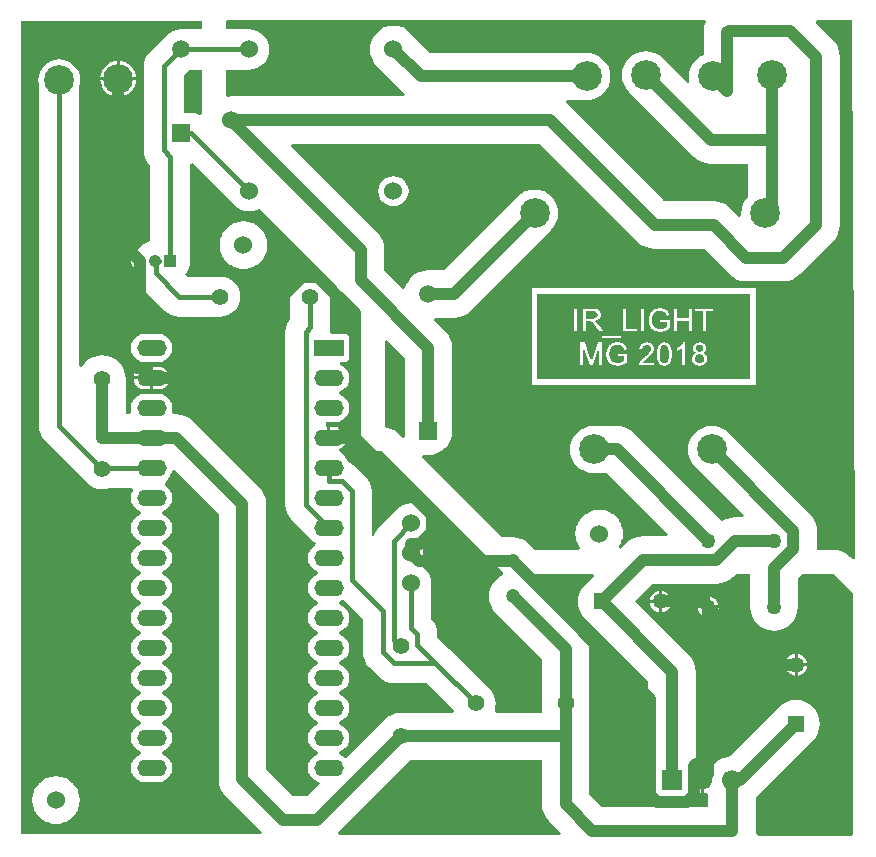
<source format=gtl>
G04 Layer_Physical_Order=1*
G04 Layer_Color=255*
%FSLAX44Y44*%
%MOMM*%
G71*
G01*
G75*
%ADD10C,1.0000*%
%ADD11C,0.4000*%
%ADD12C,1.5240*%
%ADD13C,1.4000*%
%ADD14C,2.5240*%
%ADD15C,1.2000*%
%ADD16C,1.7000*%
%ADD17R,1.7000X1.7000*%
%ADD18C,1.2700*%
%ADD19C,1.5000*%
%ADD20R,1.5000X1.5000*%
%ADD21C,1.3500*%
%ADD22R,1.3500X1.3500*%
%ADD23R,1.3500X1.3500*%
%ADD24R,1.0500X1.0500*%
%ADD25C,1.0500*%
%ADD26R,2.5000X1.4000*%
%ADD27O,2.5000X1.4000*%
G36*
X241178Y1269746D02*
Y581914D01*
X444154Y581329D01*
X444921Y583175D01*
X414420Y613677D01*
X414419Y613677D01*
X411920Y616723D01*
X410063Y620197D01*
X408919Y623967D01*
X408533Y627888D01*
Y852736D01*
X371208Y890061D01*
X369096Y889344D01*
X368973Y888407D01*
X367764Y885488D01*
X367677Y885374D01*
X367564Y885003D01*
X365985Y882050D01*
X363861Y879461D01*
X362889Y878663D01*
X363148Y876917D01*
X363448Y876535D01*
X365840Y874698D01*
X367764Y872192D01*
X368973Y869273D01*
X369385Y866140D01*
X368973Y863007D01*
X367764Y860088D01*
X365840Y857581D01*
X363334Y855658D01*
X360415Y854449D01*
X360413Y854449D01*
Y852431D01*
X360415Y852431D01*
X363334Y851222D01*
X365840Y849298D01*
X367764Y846792D01*
X368973Y843873D01*
X369385Y840740D01*
X368973Y837607D01*
X367764Y834688D01*
X365840Y832181D01*
X363334Y830258D01*
X360415Y829049D01*
X360413Y829049D01*
Y827031D01*
X360415Y827031D01*
X363334Y825822D01*
X365840Y823898D01*
X367764Y821392D01*
X368973Y818473D01*
X369385Y815340D01*
X368973Y812207D01*
X367764Y809288D01*
X365840Y806781D01*
X363334Y804858D01*
X360415Y803649D01*
X360413Y803649D01*
Y801631D01*
X360415Y801631D01*
X363334Y800422D01*
X365840Y798499D01*
X367764Y795992D01*
X368973Y793073D01*
X369385Y789940D01*
X368973Y786807D01*
X367764Y783888D01*
X365840Y781382D01*
X363334Y779458D01*
X360415Y778249D01*
X360413Y778249D01*
Y776231D01*
X360415Y776231D01*
X363334Y775022D01*
X365840Y773099D01*
X367764Y770592D01*
X368973Y767673D01*
X369385Y764540D01*
X368973Y761407D01*
X367764Y758488D01*
X365840Y755982D01*
X363334Y754058D01*
X360415Y752849D01*
X360413Y752849D01*
Y750831D01*
X360415Y750831D01*
X363334Y749622D01*
X365840Y747699D01*
X367764Y745192D01*
X368973Y742273D01*
X369385Y739140D01*
X368973Y736007D01*
X367764Y733088D01*
X365840Y730582D01*
X363334Y728658D01*
X360415Y727449D01*
X360413Y727449D01*
Y725431D01*
X360415Y725431D01*
X363334Y724222D01*
X365840Y722299D01*
X367764Y719792D01*
X368973Y716873D01*
X369385Y713740D01*
X368973Y710607D01*
X367764Y707688D01*
X365840Y705182D01*
X363334Y703258D01*
X360415Y702049D01*
X360413Y702049D01*
Y700031D01*
X360415Y700031D01*
X363334Y698822D01*
X365840Y696898D01*
X367764Y694392D01*
X368973Y691473D01*
X369385Y688340D01*
X368973Y685207D01*
X367764Y682288D01*
X365840Y679781D01*
X363334Y677858D01*
X360415Y676649D01*
X360413Y676649D01*
Y674631D01*
X360415Y674631D01*
X363334Y673422D01*
X365840Y671498D01*
X367764Y668992D01*
X368973Y666073D01*
X369385Y662940D01*
X368973Y659807D01*
X367764Y656888D01*
X365840Y654381D01*
X363334Y652458D01*
X360415Y651249D01*
X360413Y651249D01*
Y649231D01*
X360415Y649231D01*
X363334Y648022D01*
X365840Y646098D01*
X367764Y643592D01*
X368973Y640673D01*
X369385Y637540D01*
X368973Y634407D01*
X367764Y631488D01*
X365840Y628982D01*
X363334Y627058D01*
X360415Y625849D01*
X357282Y625437D01*
X346282D01*
X343149Y625849D01*
X340230Y627058D01*
X337723Y628982D01*
X335800Y631488D01*
X334591Y634407D01*
X334178Y637540D01*
X334591Y640673D01*
X335800Y643592D01*
X337723Y646098D01*
X340230Y648022D01*
X343149Y649231D01*
X343151Y649231D01*
Y651249D01*
X343149Y651249D01*
X340230Y652458D01*
X337723Y654381D01*
X335800Y656888D01*
X334591Y659807D01*
X334178Y662940D01*
X334591Y666073D01*
X335800Y668992D01*
X337723Y671498D01*
X340230Y673422D01*
X343149Y674631D01*
X343151Y674631D01*
Y676649D01*
X343149Y676649D01*
X340230Y677858D01*
X337723Y679781D01*
X335800Y682288D01*
X334591Y685207D01*
X334178Y688340D01*
X334591Y691473D01*
X335800Y694392D01*
X337723Y696898D01*
X340230Y698822D01*
X343149Y700031D01*
X343151Y700031D01*
Y702049D01*
X343149Y702049D01*
X340230Y703258D01*
X337723Y705182D01*
X335800Y707688D01*
X334591Y710607D01*
X334178Y713740D01*
X334591Y716873D01*
X335800Y719792D01*
X337723Y722299D01*
X340230Y724222D01*
X343149Y725431D01*
X343151Y725431D01*
Y727449D01*
X343149Y727449D01*
X340230Y728658D01*
X337723Y730582D01*
X335800Y733088D01*
X334591Y736007D01*
X334178Y739140D01*
X334591Y742273D01*
X335800Y745192D01*
X337723Y747699D01*
X340230Y749622D01*
X343149Y750831D01*
X343151Y750831D01*
Y752849D01*
X343149Y752849D01*
X340230Y754058D01*
X337723Y755982D01*
X335800Y758488D01*
X334591Y761407D01*
X334178Y764540D01*
X334591Y767673D01*
X335800Y770592D01*
X337723Y773099D01*
X340230Y775022D01*
X343149Y776231D01*
X343151Y776231D01*
Y778249D01*
X343149Y778249D01*
X340230Y779458D01*
X337723Y781382D01*
X335800Y783888D01*
X334591Y786807D01*
X334178Y789940D01*
X334591Y793073D01*
X335800Y795992D01*
X337723Y798499D01*
X340230Y800422D01*
X343149Y801631D01*
X343151Y801631D01*
Y803649D01*
X343149Y803649D01*
X340230Y804858D01*
X337723Y806781D01*
X335800Y809288D01*
X334591Y812207D01*
X334178Y815340D01*
X334591Y818473D01*
X335800Y821392D01*
X337723Y823898D01*
X340230Y825822D01*
X343149Y827031D01*
X343151Y827031D01*
Y829049D01*
X343149Y829049D01*
X340230Y830258D01*
X337723Y832181D01*
X335800Y834688D01*
X334591Y837607D01*
X334178Y840740D01*
X334591Y843873D01*
X335800Y846792D01*
X337723Y849298D01*
X340230Y851222D01*
X343149Y852431D01*
X343151Y852431D01*
Y854449D01*
X343149Y854449D01*
X340230Y855658D01*
X337723Y857581D01*
X335800Y860088D01*
X334591Y863007D01*
X334178Y866140D01*
X334591Y869273D01*
X335800Y872192D01*
X336162Y872664D01*
X335278Y874458D01*
X315612D01*
X313344Y873770D01*
X310012Y873442D01*
X306679Y873770D01*
X303475Y874742D01*
X300522Y876321D01*
X297933Y878445D01*
X261611Y914767D01*
X259487Y917356D01*
X257908Y920309D01*
X256936Y923513D01*
X256608Y926846D01*
Y1215326D01*
X256325Y1216258D01*
X255985Y1219712D01*
X256325Y1223166D01*
X257332Y1226488D01*
X258969Y1229549D01*
X261170Y1232232D01*
X263853Y1234433D01*
X266914Y1236070D01*
X270236Y1237077D01*
X273690Y1237417D01*
X277144Y1237077D01*
X280465Y1236070D01*
X283526Y1234433D01*
X286209Y1232232D01*
X288411Y1229549D01*
X290047Y1226488D01*
X291055Y1223166D01*
X291395Y1219712D01*
X291055Y1216258D01*
X290772Y1215326D01*
Y977620D01*
X292772Y977119D01*
X293048Y977635D01*
X295547Y980681D01*
X295801Y980935D01*
X298847Y983434D01*
X302321Y985291D01*
X306091Y986435D01*
X310012Y986821D01*
X313933Y986435D01*
X317703Y985291D01*
X321177Y983434D01*
X324222Y980935D01*
X326722Y977889D01*
X328579Y974415D01*
X329723Y970645D01*
X330109Y966724D01*
X329855Y964145D01*
Y937037D01*
X333690D01*
X334801Y938700D01*
X334591Y939207D01*
X334178Y942340D01*
X334591Y945473D01*
X335800Y948392D01*
X337723Y950899D01*
X340230Y952822D01*
X343149Y954031D01*
X346282Y954444D01*
X357282D01*
X360415Y954031D01*
X363334Y952822D01*
X365840Y950899D01*
X367764Y948392D01*
X368973Y945473D01*
X369385Y942340D01*
X368973Y939207D01*
X368763Y938700D01*
X369874Y937037D01*
X372750D01*
X372750Y937037D01*
X376671Y936651D01*
X380441Y935507D01*
X383915Y933650D01*
X386960Y931151D01*
X442840Y875271D01*
X445340Y872225D01*
X447197Y868751D01*
X448340Y864981D01*
X448727Y861060D01*
Y636212D01*
X471244Y613695D01*
X483806D01*
X494034Y623923D01*
X493391Y625817D01*
X493149Y625849D01*
X490230Y627058D01*
X487723Y628982D01*
X485800Y631488D01*
X484591Y634407D01*
X484178Y637540D01*
X484591Y640673D01*
X485800Y643592D01*
X487723Y646098D01*
X490230Y648022D01*
X493149Y649231D01*
X493151Y649231D01*
Y651249D01*
X493149Y651249D01*
X490230Y652458D01*
X487723Y654381D01*
X485800Y656888D01*
X484591Y659807D01*
X484178Y662940D01*
X484591Y666073D01*
X485800Y668992D01*
X487723Y671498D01*
X490230Y673422D01*
X493149Y674631D01*
X493151Y674631D01*
Y676649D01*
X493149Y676649D01*
X490230Y677858D01*
X487723Y679781D01*
X485800Y682288D01*
X484591Y685207D01*
X484178Y688340D01*
X484591Y691473D01*
X485800Y694392D01*
X487723Y696898D01*
X490230Y698822D01*
X493149Y700031D01*
X493151Y700031D01*
Y702049D01*
X493149Y702049D01*
X490230Y703258D01*
X487723Y705182D01*
X485800Y707688D01*
X484591Y710607D01*
X484178Y713740D01*
X484591Y716873D01*
X485800Y719792D01*
X487723Y722299D01*
X490230Y724222D01*
X493149Y725431D01*
X493151Y725431D01*
Y727449D01*
X493149Y727449D01*
X490230Y728658D01*
X487723Y730582D01*
X485800Y733088D01*
X484591Y736007D01*
X484178Y739140D01*
X484591Y742273D01*
X485800Y745192D01*
X487723Y747699D01*
X490230Y749622D01*
X493149Y750831D01*
X493151Y750831D01*
Y752849D01*
X493149Y752849D01*
X490230Y754058D01*
X487723Y755982D01*
X485800Y758488D01*
X484591Y761407D01*
X484178Y764540D01*
X484591Y767673D01*
X485800Y770592D01*
X487723Y773099D01*
X490230Y775022D01*
X493149Y776231D01*
X493151Y776231D01*
Y778249D01*
X493149Y778249D01*
X490230Y779458D01*
X487723Y781382D01*
X485800Y783888D01*
X484591Y786807D01*
X484178Y789940D01*
X484591Y793073D01*
X485800Y795992D01*
X487723Y798499D01*
X490230Y800422D01*
X493149Y801631D01*
X493151Y801631D01*
Y803649D01*
X493149Y803649D01*
X490230Y804858D01*
X487723Y806781D01*
X485800Y809288D01*
X484591Y812207D01*
X484178Y815340D01*
X484591Y818473D01*
X485800Y821392D01*
X487723Y823898D01*
X490116Y825735D01*
X490416Y826117D01*
X490675Y827863D01*
X489703Y828661D01*
X489240Y829225D01*
X470203Y848262D01*
X468079Y850851D01*
X466500Y853804D01*
X465528Y857009D01*
X465200Y860341D01*
Y1006792D01*
X465528Y1010124D01*
X466500Y1013329D01*
X468079Y1016282D01*
X468952Y1017346D01*
Y1036574D01*
X469280Y1039907D01*
X470252Y1043111D01*
X471831Y1046064D01*
X473955Y1048653D01*
X476544Y1050777D01*
X479497Y1052356D01*
X482701Y1053328D01*
X486034Y1053656D01*
X489366Y1053328D01*
X492571Y1052356D01*
X495524Y1050777D01*
X498113Y1048653D01*
X500237Y1046064D01*
X501816Y1043111D01*
X502788Y1039907D01*
X503116Y1036574D01*
Y1010544D01*
X502791Y1007238D01*
X502758Y1006778D01*
X504071Y1005238D01*
X514282D01*
X516233Y1004850D01*
X517887Y1003745D01*
X518992Y1002091D01*
X519380Y1000140D01*
Y986140D01*
X518992Y984189D01*
X517887Y982535D01*
X516233Y981430D01*
X514282Y981042D01*
X511752D01*
X511354Y979042D01*
X513334Y978222D01*
X515840Y976299D01*
X517764Y973792D01*
X518973Y970873D01*
X519385Y967740D01*
X518973Y964607D01*
X517764Y961688D01*
X515840Y959182D01*
X513334Y957258D01*
X510415Y956049D01*
X510413Y956049D01*
Y954031D01*
X510415Y954031D01*
X513334Y952822D01*
X515840Y950899D01*
X517764Y948392D01*
X518973Y945473D01*
X519385Y942340D01*
X518973Y939207D01*
X517764Y936288D01*
X515840Y933782D01*
X513334Y931858D01*
X510415Y930649D01*
X507282Y930237D01*
X499364D01*
Y926562D01*
X500512D01*
Y916940D01*
X501782D01*
Y915670D01*
X516737D01*
X516576Y914450D01*
X515615Y912129D01*
X514086Y910136D01*
X512093Y908607D01*
X511003Y908155D01*
X510894Y905945D01*
X511272Y905743D01*
X513861Y903619D01*
X515985Y901030D01*
X517564Y898077D01*
X517677Y897706D01*
X517764Y897592D01*
X518288Y896325D01*
X519618Y895922D01*
X522571Y894343D01*
X525160Y892219D01*
X533361Y884018D01*
X535485Y881429D01*
X537064Y878476D01*
X538036Y875272D01*
X538364Y871939D01*
Y833909D01*
X540364Y833613D01*
X541230Y836467D01*
X542809Y839420D01*
X544933Y842009D01*
X559553Y856629D01*
X562141Y858753D01*
X565095Y860332D01*
X568299Y861304D01*
X571632Y861632D01*
X574964Y861304D01*
X578169Y860332D01*
X581122Y858753D01*
X583711Y856629D01*
X585835Y854040D01*
X587414Y851087D01*
X588386Y847883D01*
X588714Y844550D01*
X588386Y841217D01*
X587414Y838013D01*
X585835Y835060D01*
X583711Y832471D01*
X578802Y827562D01*
X578878Y826396D01*
X580507Y824274D01*
X581530Y821802D01*
X581880Y819150D01*
X581530Y816498D01*
X580507Y814026D01*
X578878Y811904D01*
X578414Y811548D01*
X578329Y810845D01*
X578702Y809247D01*
X581122Y807953D01*
X583711Y805829D01*
X585835Y803240D01*
X587414Y800287D01*
X588386Y797083D01*
X588714Y793750D01*
Y763505D01*
X588821Y763398D01*
X590945Y760809D01*
X592524Y757856D01*
X593496Y754652D01*
X593824Y751319D01*
Y748726D01*
X604061Y738489D01*
X638321Y704229D01*
X640445Y701640D01*
X642024Y698687D01*
X642996Y695483D01*
X643324Y692150D01*
X642996Y688817D01*
X642234Y686307D01*
X643342Y684307D01*
X682345D01*
Y692150D01*
Y729546D01*
X643273Y768617D01*
X640774Y771663D01*
X638917Y775137D01*
X637773Y778907D01*
X637387Y782828D01*
X637773Y786749D01*
X638917Y790519D01*
X640774Y793993D01*
X643273Y797039D01*
X646319Y799538D01*
X649304Y801133D01*
X649788Y802631D01*
X649784Y803482D01*
X547248Y906018D01*
X529468D01*
Y1021615D01*
X514736Y1036347D01*
X512237Y1039392D01*
X510379Y1042867D01*
X510006Y1044098D01*
X442852Y1111252D01*
X440883Y1110200D01*
X437678Y1109228D01*
X434346Y1108900D01*
X431013Y1109228D01*
X427809Y1110200D01*
X424855Y1111779D01*
X422267Y1113903D01*
X386600Y1149570D01*
X384752Y1148805D01*
Y1067054D01*
X384424Y1063721D01*
X383452Y1060517D01*
X381873Y1057564D01*
X380292Y1055637D01*
X382273Y1053656D01*
X409834D01*
X413167Y1053328D01*
X416371Y1052356D01*
X419324Y1050777D01*
X421913Y1048653D01*
X424037Y1046064D01*
X425616Y1043111D01*
X426588Y1039907D01*
X426916Y1036574D01*
X426588Y1033241D01*
X425616Y1030037D01*
X424037Y1027084D01*
X421913Y1024495D01*
X419324Y1022371D01*
X416371Y1020792D01*
X413167Y1019820D01*
X409834Y1019492D01*
X375197D01*
X371864Y1019820D01*
X368660Y1020792D01*
X365707Y1022371D01*
X363118Y1024495D01*
X343341Y1044272D01*
X341217Y1046861D01*
X339638Y1049814D01*
X338666Y1053018D01*
X338338Y1056351D01*
Y1060252D01*
X336714Y1061498D01*
X335465Y1063125D01*
X334680Y1065020D01*
X334413Y1067054D01*
X334680Y1069088D01*
X335465Y1070983D01*
X336714Y1072610D01*
X338341Y1073858D01*
X339612Y1074385D01*
X340767Y1076544D01*
X342891Y1079133D01*
X345480Y1081257D01*
X348433Y1082836D01*
X350588Y1083490D01*
Y1148178D01*
X350363Y1148403D01*
X348239Y1150992D01*
X346660Y1153945D01*
X345688Y1157149D01*
X345360Y1160482D01*
Y1231482D01*
X345688Y1234815D01*
X346660Y1238019D01*
X348239Y1240972D01*
X350363Y1243561D01*
X364863Y1258061D01*
X367452Y1260185D01*
X370405Y1261764D01*
X373609Y1262736D01*
X376942Y1263064D01*
X394848D01*
Y1270000D01*
X241283D01*
X241178Y1269746D01*
D02*
G37*
G36*
X379524Y1224406D02*
Y1192064D01*
X385346D01*
X388679Y1191736D01*
X391883Y1190764D01*
X392848Y1190248D01*
X394848Y1191447D01*
Y1228900D01*
X384018D01*
X379524Y1224406D01*
D02*
G37*
G36*
X914146Y1268660D02*
X928733Y1254073D01*
X931232Y1251028D01*
X933089Y1247553D01*
X934233Y1243783D01*
X934619Y1239863D01*
Y1097407D01*
X934233Y1093487D01*
X933089Y1089717D01*
X931232Y1086242D01*
X928733Y1083197D01*
X900895Y1055360D01*
X900895Y1055359D01*
X897850Y1052860D01*
X894375Y1051003D01*
X890605Y1049859D01*
X886685Y1049473D01*
X886684Y1049473D01*
X855519D01*
X851599Y1049859D01*
X847829Y1051003D01*
X844354Y1052860D01*
X841309Y1055359D01*
X819358Y1077310D01*
X777753D01*
X773832Y1077697D01*
X770062Y1078840D01*
X766588Y1080697D01*
X763542Y1083197D01*
X680854Y1165885D01*
X470477D01*
X469712Y1164037D01*
X543157Y1090592D01*
X545656Y1087546D01*
X547514Y1084072D01*
X548657Y1080302D01*
X549043Y1076381D01*
Y1058882D01*
X564486Y1043439D01*
X566746Y1044007D01*
X567543Y1046635D01*
X569400Y1050109D01*
X571899Y1053155D01*
X574945Y1055654D01*
X578419Y1057511D01*
X582189Y1058655D01*
X586110Y1059041D01*
X599532D01*
X661891Y1121401D01*
X664937Y1123900D01*
X668411Y1125757D01*
X672181Y1126901D01*
X676102Y1127287D01*
X680023Y1126901D01*
X683793Y1125757D01*
X687267Y1123900D01*
X690312Y1121401D01*
X692812Y1118355D01*
X694669Y1114881D01*
X695813Y1111111D01*
X696199Y1107190D01*
X695813Y1103269D01*
X694669Y1099499D01*
X692812Y1096025D01*
X690312Y1092979D01*
X622066Y1024733D01*
X619021Y1022234D01*
X615547Y1020377D01*
X611777Y1019233D01*
X607856Y1018847D01*
X591691D01*
X590926Y1017000D01*
X600321Y1007605D01*
X602820Y1004559D01*
X604677Y1001085D01*
X605821Y997315D01*
X606207Y993394D01*
Y922444D01*
X605821Y918523D01*
X604677Y914753D01*
X602820Y911279D01*
X600321Y908233D01*
X597275Y905734D01*
X593801Y903877D01*
X590031Y902733D01*
X586110Y902347D01*
X582189Y902733D01*
X581605Y902911D01*
X580545Y901142D01*
X648762Y832925D01*
X657484D01*
X657484Y832925D01*
X661405Y832539D01*
X665175Y831395D01*
X668649Y829538D01*
X671694Y827039D01*
X676504Y822229D01*
X713783D01*
X714638Y824037D01*
X714417Y824306D01*
X714180Y824749D01*
X713861Y825137D01*
X712469Y827743D01*
X712323Y828223D01*
X712086Y828666D01*
X711228Y831494D01*
X711179Y831993D01*
X711034Y832474D01*
X710744Y835414D01*
X710793Y835914D01*
X710744Y836414D01*
X711034Y839354D01*
X711179Y839835D01*
X711228Y840334D01*
X712086Y843162D01*
X712323Y843605D01*
X712469Y844085D01*
X713861Y846691D01*
X714180Y847079D01*
X714417Y847522D01*
X716291Y849806D01*
X716679Y850125D01*
X716998Y850513D01*
X719282Y852387D01*
X719725Y852624D01*
X720113Y852942D01*
X722719Y854335D01*
X723199Y854481D01*
X723642Y854718D01*
X726470Y855575D01*
X726969Y855625D01*
X727450Y855770D01*
X730390Y856060D01*
X730642Y856035D01*
X730890Y856085D01*
X731138Y856035D01*
X731390Y856060D01*
X734330Y855770D01*
X734811Y855625D01*
X735310Y855575D01*
X738138Y854718D01*
X738581Y854481D01*
X739061Y854335D01*
X741667Y852942D01*
X742055Y852624D01*
X742498Y852387D01*
X744782Y850513D01*
X745100Y850125D01*
X745489Y849806D01*
X747363Y847522D01*
X747600Y847079D01*
X747918Y846691D01*
X749311Y844085D01*
X749457Y843605D01*
X749694Y843162D01*
X750551Y840334D01*
X750601Y839835D01*
X750746Y839354D01*
X751036Y836414D01*
X750987Y835914D01*
X751036Y835414D01*
X750746Y832474D01*
X750601Y831993D01*
X750551Y831494D01*
X749694Y828666D01*
X749457Y828223D01*
X749311Y827743D01*
X747918Y825137D01*
X747600Y824749D01*
X747363Y824306D01*
X748859Y822976D01*
X753561Y827679D01*
X756607Y830178D01*
X760081Y832035D01*
X763851Y833179D01*
X767772Y833565D01*
X788311D01*
X789076Y835413D01*
X737396Y887093D01*
X726102D01*
X722181Y887479D01*
X718411Y888623D01*
X714937Y890480D01*
X711891Y892979D01*
X709392Y896025D01*
X707535Y899499D01*
X706391Y903269D01*
X706005Y907190D01*
X706391Y911111D01*
X707535Y914881D01*
X709392Y918355D01*
X711891Y921401D01*
X714937Y923900D01*
X718411Y925757D01*
X722181Y926901D01*
X726102Y927287D01*
X745720D01*
X749641Y926901D01*
X753411Y925757D01*
X756885Y923900D01*
X759930Y921401D01*
X759931Y921400D01*
X834914Y846417D01*
X835049Y846528D01*
X838524Y848385D01*
X842294Y849529D01*
X846214Y849915D01*
X852343D01*
X853108Y851762D01*
X811891Y892980D01*
X809392Y896025D01*
X807535Y899499D01*
X806391Y903269D01*
X806005Y907190D01*
X806391Y911111D01*
X807535Y914881D01*
X809392Y918355D01*
X811891Y921401D01*
X814937Y923900D01*
X818411Y925757D01*
X822181Y926901D01*
X826102Y927287D01*
X830023Y926901D01*
X833793Y925757D01*
X837267Y923900D01*
X840312Y921401D01*
X909532Y852181D01*
X912032Y849135D01*
X913889Y845661D01*
X915033Y841891D01*
X915419Y837970D01*
Y823046D01*
X916159Y822229D01*
X929264D01*
X933185Y821843D01*
X936955Y820699D01*
X940429Y818842D01*
X943475Y816343D01*
X945743Y814074D01*
X947589Y814844D01*
X945012Y1270508D01*
X914911D01*
X914146Y1268660D01*
D02*
G37*
G36*
X549565Y998905D02*
Y925887D01*
X551169Y925729D01*
X554939Y924585D01*
X558413Y922728D01*
X561459Y920229D01*
X564808Y916879D01*
X566577Y917939D01*
X566399Y918523D01*
X566013Y922444D01*
Y985070D01*
X551413Y999670D01*
X549565Y998905D01*
D02*
G37*
G36*
X414945Y1270000D02*
Y1263064D01*
X434346D01*
X437678Y1262736D01*
X440883Y1261764D01*
X443836Y1260185D01*
X446425Y1258061D01*
X448549Y1255472D01*
X450128Y1252519D01*
X451100Y1249315D01*
X451428Y1245982D01*
X451100Y1242649D01*
X450128Y1239445D01*
X448549Y1236492D01*
X446425Y1233903D01*
X443836Y1231779D01*
X440883Y1230200D01*
X437678Y1229228D01*
X434346Y1228900D01*
X414945D01*
Y1207531D01*
X416945Y1205842D01*
X419346Y1206079D01*
X565570D01*
X566286Y1208079D01*
X565407Y1208799D01*
X542435Y1231771D01*
X539936Y1234817D01*
X538079Y1238291D01*
X536935Y1242061D01*
X536549Y1245982D01*
X536935Y1249903D01*
X538079Y1253673D01*
X539936Y1257147D01*
X542435Y1260192D01*
X545481Y1262692D01*
X548955Y1264549D01*
X552725Y1265693D01*
X556646Y1266079D01*
X560567Y1265693D01*
X564337Y1264549D01*
X567811Y1262692D01*
X570857Y1260192D01*
X587942Y1243107D01*
X720260D01*
X724181Y1242721D01*
X727951Y1241577D01*
X731425Y1239720D01*
X734471Y1237221D01*
X736970Y1234175D01*
X738827Y1230701D01*
X739970Y1226931D01*
X740357Y1223010D01*
X739970Y1219089D01*
X738827Y1215319D01*
X736970Y1211845D01*
X734471Y1208799D01*
X731425Y1206300D01*
X727951Y1204443D01*
X724181Y1203299D01*
X720260Y1202913D01*
X703226D01*
X702510Y1200913D01*
X703389Y1200193D01*
X703389Y1200192D01*
X786077Y1117504D01*
X827682D01*
X827682Y1117504D01*
X831603Y1117118D01*
X835373Y1115974D01*
X838847Y1114117D01*
X841892Y1111618D01*
X841893Y1111618D01*
X849288Y1104222D01*
X851208Y1105131D01*
X851005Y1107190D01*
X851391Y1111111D01*
X852535Y1114881D01*
X854392Y1118355D01*
X856805Y1121295D01*
Y1149065D01*
X825378D01*
X821457Y1149451D01*
X817687Y1150595D01*
X814213Y1152452D01*
X811167Y1154951D01*
X756049Y1210069D01*
X753550Y1213115D01*
X751693Y1216589D01*
X750549Y1220359D01*
X750163Y1224280D01*
X750549Y1228201D01*
X751693Y1231971D01*
X753550Y1235445D01*
X756049Y1238491D01*
X759095Y1240990D01*
X762569Y1242847D01*
X766339Y1243991D01*
X770260Y1244377D01*
X774181Y1243991D01*
X777951Y1242847D01*
X781425Y1240990D01*
X784471Y1238491D01*
X805637Y1217324D01*
X807405Y1218384D01*
X807191Y1219089D01*
X806805Y1223010D01*
X807191Y1226931D01*
X808335Y1230701D01*
X810192Y1234175D01*
X812691Y1237221D01*
X815737Y1239720D01*
X819185Y1241563D01*
Y1260308D01*
X819185Y1260308D01*
X819571Y1264229D01*
X820715Y1267999D01*
X821139Y1268792D01*
X820111Y1270508D01*
X415405D01*
X414945Y1270000D01*
D02*
G37*
G36*
X509939Y582986D02*
X510701Y581137D01*
X697614Y580598D01*
X698382Y582444D01*
X688231Y592595D01*
X685732Y595641D01*
X683875Y599115D01*
X682731Y602885D01*
X682345Y606806D01*
X682345Y606806D01*
Y644113D01*
X571066D01*
X509939Y582986D01*
D02*
G37*
G36*
X667538Y800132D02*
X668649Y799538D01*
X671694Y797039D01*
X716653Y752081D01*
X719152Y749035D01*
X721009Y745561D01*
X722152Y741791D01*
X722539Y737870D01*
Y692150D01*
Y663956D01*
Y615130D01*
X733118Y604551D01*
X823315D01*
Y615827D01*
X821652Y616938D01*
X820894Y616624D01*
X819282Y616412D01*
Y627380D01*
Y638348D01*
X820894Y638136D01*
X823580Y637023D01*
X823991Y636708D01*
X825946Y637130D01*
X826702Y638545D01*
X829201Y641591D01*
X832247Y644090D01*
X835721Y645947D01*
X839491Y647091D01*
X841342Y647273D01*
X883303Y689235D01*
X886349Y691734D01*
X889823Y693591D01*
X893593Y694735D01*
X897514Y695121D01*
X901435Y694735D01*
X905205Y693591D01*
X908679Y691734D01*
X911724Y689235D01*
X914224Y686189D01*
X916081Y682715D01*
X917225Y678945D01*
X917611Y675024D01*
X917225Y671103D01*
X916081Y667333D01*
X914224Y663859D01*
X911724Y660813D01*
X864081Y613170D01*
X864081Y613169D01*
X863509Y612700D01*
Y584454D01*
X863279Y582120D01*
X864994Y580115D01*
X944358Y579886D01*
X945774Y581298D01*
Y784606D01*
X946282Y785114D01*
X929264Y802132D01*
X902829D01*
X899069Y798371D01*
Y773938D01*
X898682Y770017D01*
X897539Y766247D01*
X895682Y762773D01*
X893183Y759727D01*
X890137Y757228D01*
X886663Y755371D01*
X882893Y754227D01*
X878972Y753841D01*
X875051Y754227D01*
X871281Y755371D01*
X867807Y757228D01*
X864761Y759727D01*
X862262Y762773D01*
X860405Y766247D01*
X859261Y770017D01*
X858875Y773938D01*
Y802132D01*
X846949D01*
X844075Y799258D01*
X844075Y799257D01*
X841030Y796758D01*
X837555Y794901D01*
X833785Y793757D01*
X829864Y793371D01*
X829864Y793371D01*
X776096D01*
X761235Y778510D01*
X806823Y732923D01*
X809322Y729877D01*
X811179Y726403D01*
X812322Y722633D01*
X812709Y718712D01*
Y638933D01*
X814372Y637822D01*
X815130Y638136D01*
X816742Y638348D01*
Y627380D01*
Y616412D01*
X815130Y616624D01*
X812444Y617737D01*
X812033Y618052D01*
X810078Y617630D01*
X809322Y616215D01*
X806823Y613169D01*
X803777Y610670D01*
X800303Y608813D01*
X796533Y607669D01*
X792612Y607283D01*
X788691Y607669D01*
X784921Y608813D01*
X781447Y610670D01*
X778401Y613169D01*
X775902Y616215D01*
X774045Y619689D01*
X772901Y623459D01*
X772515Y627380D01*
Y710388D01*
X718603Y764299D01*
X716104Y767345D01*
X714247Y770819D01*
X713103Y774589D01*
X712717Y778510D01*
X713103Y782431D01*
X714247Y786201D01*
X716104Y789675D01*
X718603Y792720D01*
X718604Y792721D01*
X726167Y800284D01*
X725402Y802132D01*
X668038D01*
X667538Y800132D01*
D02*
G37*
G36*
X513334Y779458D02*
X510415Y778249D01*
X510413Y778249D01*
Y776231D01*
X510415Y776231D01*
X513334Y775022D01*
X515840Y773099D01*
X517764Y770592D01*
X518973Y767673D01*
X519385Y764540D01*
X518973Y761407D01*
X517764Y758488D01*
X515840Y755982D01*
X513334Y754058D01*
X510415Y752849D01*
X510413Y752849D01*
Y750831D01*
X510415Y750831D01*
X513334Y749622D01*
X515840Y747699D01*
X517764Y745192D01*
X518973Y742273D01*
X519385Y739140D01*
X518973Y736007D01*
X517764Y733088D01*
X515840Y730582D01*
X513334Y728658D01*
X510415Y727449D01*
X510413Y727449D01*
Y725431D01*
X510415Y725431D01*
X513334Y724222D01*
X515840Y722299D01*
X517764Y719792D01*
X518973Y716873D01*
X519385Y713740D01*
X518973Y710607D01*
X517764Y707688D01*
X515840Y705182D01*
X513334Y703258D01*
X510415Y702049D01*
X510413Y702049D01*
Y700031D01*
X510415Y700031D01*
X513334Y698822D01*
X515840Y696898D01*
X517764Y694392D01*
X518973Y691473D01*
X519385Y688340D01*
X518973Y685207D01*
X517764Y682288D01*
X515840Y679781D01*
X513334Y677858D01*
X510415Y676649D01*
X510413Y676649D01*
Y674631D01*
X510415Y674631D01*
X513334Y673422D01*
X515840Y671498D01*
X517764Y668992D01*
X518973Y666073D01*
X519385Y662940D01*
X518973Y659807D01*
X517764Y656888D01*
X515840Y654381D01*
X513334Y652458D01*
X510415Y651249D01*
X510413Y651249D01*
Y649231D01*
X510415Y649231D01*
X513334Y648022D01*
X515840Y646098D01*
X516187Y646076D01*
X548531Y678421D01*
X551577Y680920D01*
X555051Y682777D01*
X558821Y683921D01*
X562742Y684307D01*
X607314D01*
X608079Y686154D01*
X584906Y709328D01*
X556943D01*
X553610Y709656D01*
X550406Y710628D01*
X547453Y712207D01*
X544864Y714331D01*
X535933Y723262D01*
X533809Y725851D01*
X532230Y728804D01*
X531258Y732008D01*
X530930Y735341D01*
Y763304D01*
X514150Y780084D01*
X513334Y779458D01*
D02*
G37*
%LPC*%
G36*
X270896Y630532D02*
X271144Y630483D01*
X271396Y630508D01*
X274336Y630218D01*
X274817Y630073D01*
X275316Y630023D01*
X278144Y629166D01*
X278587Y628929D01*
X279067Y628783D01*
X281673Y627390D01*
X282061Y627072D01*
X282504Y626835D01*
X284788Y624961D01*
X285107Y624573D01*
X285495Y624254D01*
X287369Y621970D01*
X287606Y621527D01*
X287924Y621139D01*
X289317Y618533D01*
X289463Y618053D01*
X289700Y617610D01*
X290557Y614782D01*
X290606Y614283D01*
X290752Y613802D01*
X291042Y610862D01*
X290993Y610362D01*
X291042Y609862D01*
X290752Y606922D01*
X290606Y606441D01*
X290557Y605942D01*
X289700Y603114D01*
X289463Y602671D01*
X289317Y602191D01*
X287924Y599585D01*
X287606Y599197D01*
X287369Y598754D01*
X285495Y596470D01*
X285107Y596152D01*
X284788Y595763D01*
X282504Y593889D01*
X282061Y593652D01*
X281673Y593334D01*
X279067Y591941D01*
X278587Y591795D01*
X278144Y591558D01*
X275316Y590701D01*
X274817Y590651D01*
X274336Y590506D01*
X271396Y590216D01*
X271144Y590241D01*
X270896Y590191D01*
X270648Y590241D01*
X270396Y590216D01*
X267456Y590506D01*
X266975Y590651D01*
X266476Y590701D01*
X263648Y591558D01*
X263205Y591795D01*
X262725Y591941D01*
X260119Y593334D01*
X259731Y593652D01*
X259288Y593889D01*
X257004Y595763D01*
X256685Y596151D01*
X256297Y596470D01*
X254423Y598754D01*
X254186Y599197D01*
X253867Y599585D01*
X252475Y602191D01*
X252329Y602671D01*
X252092Y603114D01*
X251234Y605942D01*
X251185Y606441D01*
X251040Y606922D01*
X250750Y609862D01*
X250799Y610362D01*
X250750Y610862D01*
X251040Y613802D01*
X251185Y614283D01*
X251234Y614782D01*
X252092Y617610D01*
X252329Y618053D01*
X252475Y618533D01*
X253867Y621139D01*
X254186Y621527D01*
X254423Y621970D01*
X256297Y624254D01*
X256685Y624572D01*
X257004Y624961D01*
X259288Y626835D01*
X259731Y627072D01*
X260119Y627390D01*
X262725Y628783D01*
X263205Y628929D01*
X263648Y629166D01*
X266476Y630023D01*
X266975Y630073D01*
X267456Y630218D01*
X270396Y630508D01*
X270648Y630483D01*
X270896Y630532D01*
D02*
G37*
G36*
X429646Y1100433D02*
X429894Y1100383D01*
X430146Y1100408D01*
X433086Y1100118D01*
X433567Y1099973D01*
X434066Y1099923D01*
X436894Y1099066D01*
X437337Y1098829D01*
X437817Y1098683D01*
X440423Y1097290D01*
X440811Y1096972D01*
X441254Y1096735D01*
X443538Y1094861D01*
X443857Y1094473D01*
X444245Y1094154D01*
X446119Y1091870D01*
X446356Y1091427D01*
X446674Y1091039D01*
X448067Y1088433D01*
X448213Y1087953D01*
X448450Y1087510D01*
X449307Y1084682D01*
X449356Y1084183D01*
X449502Y1083702D01*
X449792Y1080762D01*
X449743Y1080262D01*
X449792Y1079762D01*
X449502Y1076822D01*
X449356Y1076341D01*
X449307Y1075842D01*
X448450Y1073014D01*
X448213Y1072571D01*
X448067Y1072091D01*
X446674Y1069485D01*
X446356Y1069097D01*
X446119Y1068654D01*
X444245Y1066370D01*
X443857Y1066051D01*
X443538Y1065663D01*
X441254Y1063789D01*
X440811Y1063552D01*
X440423Y1063234D01*
X437817Y1061841D01*
X437337Y1061695D01*
X436894Y1061458D01*
X434066Y1060601D01*
X433567Y1060551D01*
X433086Y1060406D01*
X430146Y1060116D01*
X429894Y1060141D01*
X429646Y1060091D01*
X429398Y1060141D01*
X429146Y1060116D01*
X426206Y1060406D01*
X425725Y1060551D01*
X425226Y1060601D01*
X422398Y1061458D01*
X421955Y1061695D01*
X421475Y1061841D01*
X418869Y1063234D01*
X418481Y1063552D01*
X418038Y1063789D01*
X415754Y1065663D01*
X415435Y1066051D01*
X415047Y1066370D01*
X413173Y1068654D01*
X412936Y1069097D01*
X412617Y1069485D01*
X411225Y1072091D01*
X411079Y1072571D01*
X410842Y1073014D01*
X409985Y1075842D01*
X409935Y1076341D01*
X409790Y1076822D01*
X409500Y1079762D01*
X409549Y1080262D01*
X409500Y1080762D01*
X409790Y1083702D01*
X409935Y1084183D01*
X409985Y1084682D01*
X410842Y1087510D01*
X411079Y1087953D01*
X411225Y1088433D01*
X412617Y1091039D01*
X412936Y1091427D01*
X413173Y1091870D01*
X415047Y1094154D01*
X415435Y1094473D01*
X415754Y1094861D01*
X418038Y1096735D01*
X418481Y1096972D01*
X418869Y1097290D01*
X421475Y1098683D01*
X421955Y1098829D01*
X422398Y1099066D01*
X425226Y1099923D01*
X425725Y1099973D01*
X426206Y1100118D01*
X429146Y1100408D01*
X429398Y1100383D01*
X429646Y1100433D01*
D02*
G37*
G36*
X346282Y1005244D02*
X357282D01*
X360415Y1004831D01*
X363334Y1003622D01*
X365840Y1001699D01*
X367764Y999192D01*
X368973Y996273D01*
X369385Y993140D01*
X368973Y990007D01*
X367764Y987088D01*
X365840Y984582D01*
X363334Y982658D01*
X360415Y981449D01*
X357282Y981037D01*
X346282D01*
X343149Y981449D01*
X340230Y982658D01*
X337723Y984582D01*
X335800Y987088D01*
X334591Y990007D01*
X334178Y993140D01*
X334591Y996273D01*
X335800Y999192D01*
X337723Y1001699D01*
X340230Y1003622D01*
X343149Y1004831D01*
X346282Y1005244D01*
D02*
G37*
G36*
X324960Y1219712D02*
X338798D01*
X338631Y1218010D01*
X337764Y1215153D01*
X336356Y1212519D01*
X334462Y1210210D01*
X332153Y1208316D01*
X329520Y1206908D01*
X326662Y1206041D01*
X324960Y1205874D01*
Y1219712D01*
D02*
G37*
G36*
X322420Y1236090D02*
Y1222252D01*
X308582D01*
X308749Y1223954D01*
X309616Y1226812D01*
X311024Y1229445D01*
X312918Y1231754D01*
X315227Y1233648D01*
X317860Y1235056D01*
X320718Y1235923D01*
X322420Y1236090D01*
D02*
G37*
G36*
X324960D02*
X326662Y1235923D01*
X329520Y1235056D01*
X332153Y1233648D01*
X334462Y1231754D01*
X336356Y1229445D01*
X337764Y1226812D01*
X338631Y1223954D01*
X338798Y1222252D01*
X324960D01*
Y1236090D01*
D02*
G37*
G36*
X308582Y1219712D02*
X322420D01*
Y1205874D01*
X320718Y1206041D01*
X317860Y1206908D01*
X315227Y1208316D01*
X312918Y1210210D01*
X311024Y1212519D01*
X309616Y1215153D01*
X308749Y1218010D01*
X308582Y1219712D01*
D02*
G37*
G36*
X353052Y966470D02*
X366737D01*
X366576Y965250D01*
X365615Y962929D01*
X364086Y960936D01*
X362093Y959407D01*
X359772Y958446D01*
X357282Y958118D01*
X353052D01*
Y966470D01*
D02*
G37*
G36*
X503052Y926562D02*
X507282D01*
X509772Y926234D01*
X512093Y925273D01*
X514086Y923744D01*
X515615Y921751D01*
X516576Y919430D01*
X516737Y918210D01*
X503052D01*
Y926562D01*
D02*
G37*
G36*
X336827Y966470D02*
X350512D01*
Y958118D01*
X346282D01*
X343792Y958446D01*
X341471Y959407D01*
X339478Y960936D01*
X337949Y962929D01*
X336987Y965250D01*
X336827Y966470D01*
D02*
G37*
G36*
X346282Y977362D02*
X350512D01*
Y969010D01*
X336827D01*
X336987Y970230D01*
X337949Y972551D01*
X339478Y974544D01*
X341471Y976073D01*
X343792Y977034D01*
X346282Y977362D01*
D02*
G37*
G36*
X353052D02*
X357282D01*
X359772Y977034D01*
X362093Y976073D01*
X364086Y974544D01*
X365615Y972551D01*
X366576Y970230D01*
X366737Y969010D01*
X353052D01*
Y977362D01*
D02*
G37*
G36*
X556646Y1138711D02*
X559940Y1138277D01*
X563010Y1137005D01*
X565647Y1134983D01*
X567669Y1132346D01*
X568941Y1129277D01*
X569375Y1125982D01*
X568941Y1122688D01*
X567669Y1119618D01*
X565647Y1116981D01*
X563010Y1114958D01*
X559940Y1113687D01*
X556646Y1113253D01*
X553351Y1113687D01*
X550281Y1114958D01*
X547645Y1116981D01*
X545622Y1119618D01*
X544351Y1122688D01*
X543917Y1125982D01*
X544351Y1129277D01*
X545622Y1132346D01*
X547645Y1134983D01*
X550281Y1137005D01*
X553351Y1138277D01*
X556646Y1138711D01*
D02*
G37*
G36*
X673566Y1043596D02*
X863585D01*
Y961470D01*
X673566D01*
Y1043596D01*
D02*
G37*
%LPD*%
G36*
X678566Y1001953D02*
Y966470D01*
X858585D01*
Y1001953D01*
Y1038596D01*
X678566D01*
Y1001953D01*
D02*
G37*
%LPC*%
G36*
X801991Y997871D02*
X803543D01*
Y978542D01*
X801171D01*
Y993595D01*
X801142Y993566D01*
X801025Y993448D01*
X800820Y993302D01*
X800556Y993097D01*
X800234Y992833D01*
X799853Y992570D01*
X799414Y992248D01*
X798916Y991955D01*
X798887D01*
X798857Y991926D01*
X798682Y991808D01*
X798418Y991662D01*
X798096Y991486D01*
X797715Y991281D01*
X797305Y991106D01*
X796866Y990901D01*
X796456Y990725D01*
Y993038D01*
X796485D01*
X796544Y993068D01*
X796661Y993126D01*
X796778Y993214D01*
X796954Y993302D01*
X797159Y993390D01*
X797627Y993653D01*
X798155Y993976D01*
X798740Y994356D01*
X799326Y994796D01*
X799882Y995264D01*
X799912Y995294D01*
X799941Y995323D01*
X800117Y995499D01*
X800380Y995762D01*
X800702Y996084D01*
X801054Y996494D01*
X801405Y996934D01*
X801728Y997402D01*
X801991Y997871D01*
D02*
G37*
G36*
X771123D02*
X771387D01*
X771592Y997841D01*
X771826Y997812D01*
X772090Y997783D01*
X772383Y997754D01*
X772705Y997666D01*
X773408Y997490D01*
X774140Y997226D01*
X774521Y997051D01*
X774872Y996846D01*
X775194Y996582D01*
X775516Y996319D01*
X775546Y996289D01*
X775575Y996260D01*
X775663Y996172D01*
X775780Y996055D01*
X775897Y995879D01*
X776043Y995704D01*
X776336Y995264D01*
X776629Y994708D01*
X776893Y994063D01*
X777098Y993331D01*
X777127Y992921D01*
X777156Y992511D01*
Y992453D01*
Y992306D01*
X777127Y992072D01*
X777098Y991779D01*
X777039Y991428D01*
X776951Y991047D01*
X776834Y990637D01*
X776658Y990227D01*
X776629Y990168D01*
X776571Y990022D01*
X776453Y989817D01*
X776278Y989524D01*
X776073Y989173D01*
X775809Y988763D01*
X775458Y988353D01*
X775077Y987884D01*
X775018Y987825D01*
X774872Y987650D01*
X774608Y987386D01*
X774433Y987210D01*
X774228Y987005D01*
X773993Y986771D01*
X773701Y986508D01*
X773408Y986244D01*
X773086Y985922D01*
X772734Y985600D01*
X772324Y985248D01*
X771914Y984897D01*
X771445Y984487D01*
X771416Y984458D01*
X771358Y984399D01*
X771240Y984311D01*
X771094Y984194D01*
X770743Y983901D01*
X770303Y983520D01*
X769864Y983110D01*
X769396Y982700D01*
X769015Y982349D01*
X768868Y982203D01*
X768722Y982056D01*
X768693Y982027D01*
X768634Y981939D01*
X768517Y981822D01*
X768371Y981646D01*
X768048Y981265D01*
X767726Y980797D01*
X777186D01*
Y978542D01*
X764446D01*
Y978571D01*
Y978688D01*
Y978864D01*
X764475Y979069D01*
X764505Y979303D01*
X764534Y979567D01*
X764622Y979860D01*
X764710Y980153D01*
Y980182D01*
X764739Y980211D01*
X764798Y980387D01*
X764915Y980621D01*
X765090Y980973D01*
X765295Y981353D01*
X765588Y981793D01*
X765881Y982232D01*
X766262Y982700D01*
Y982730D01*
X766320Y982759D01*
X766467Y982935D01*
X766701Y983198D01*
X767053Y983550D01*
X767492Y983960D01*
X768019Y984458D01*
X768663Y985014D01*
X769366Y985629D01*
X769396Y985658D01*
X769513Y985746D01*
X769659Y985863D01*
X769864Y986068D01*
X770128Y986273D01*
X770421Y986537D01*
X771065Y987093D01*
X771768Y987767D01*
X772470Y988440D01*
X772822Y988763D01*
X773115Y989085D01*
X773378Y989407D01*
X773613Y989700D01*
Y989729D01*
X773671Y989758D01*
X773730Y989846D01*
X773788Y989963D01*
X773964Y990256D01*
X774169Y990637D01*
X774374Y991076D01*
X774550Y991545D01*
X774667Y992072D01*
X774726Y992570D01*
Y992599D01*
Y992628D01*
X774696Y992804D01*
X774667Y993068D01*
X774608Y993390D01*
X774462Y993771D01*
X774286Y994151D01*
X774052Y994561D01*
X773701Y994942D01*
X773642Y994971D01*
X773525Y995089D01*
X773291Y995235D01*
X772998Y995440D01*
X772617Y995616D01*
X772178Y995762D01*
X771650Y995879D01*
X771065Y995909D01*
X770889D01*
X770772Y995879D01*
X770479Y995850D01*
X770098Y995791D01*
X769659Y995645D01*
X769191Y995469D01*
X768751Y995206D01*
X768341Y994854D01*
X768312Y994796D01*
X768195Y994678D01*
X768019Y994444D01*
X767843Y994122D01*
X767638Y993712D01*
X767492Y993243D01*
X767375Y992687D01*
X767316Y992043D01*
X764885Y992306D01*
Y992336D01*
Y992423D01*
X764915Y992570D01*
X764944Y992746D01*
X765003Y992980D01*
X765032Y993243D01*
X765208Y993829D01*
X765442Y994503D01*
X765764Y995176D01*
X766203Y995850D01*
X766438Y996143D01*
X766730Y996436D01*
X766760Y996465D01*
X766818Y996494D01*
X766906Y996582D01*
X767023Y996670D01*
X767199Y996758D01*
X767404Y996904D01*
X767638Y997021D01*
X767902Y997168D01*
X768195Y997285D01*
X768517Y997431D01*
X768898Y997549D01*
X769278Y997636D01*
X770157Y997812D01*
X770626Y997841D01*
X771123Y997871D01*
D02*
G37*
G36*
X733608Y1003652D02*
X749247D01*
Y1001953D01*
X733608D01*
Y1003652D01*
D02*
G37*
G36*
X714923Y997783D02*
X718730D01*
X723299Y984165D01*
Y984135D01*
X723328Y984077D01*
X723358Y983989D01*
X723387Y983843D01*
X723504Y983520D01*
X723650Y983110D01*
X723797Y982642D01*
X723943Y982173D01*
X724090Y981705D01*
X724207Y981324D01*
X724236Y981383D01*
X724266Y981529D01*
X724353Y981763D01*
X724471Y982085D01*
X724588Y982525D01*
X724763Y983052D01*
X724998Y983667D01*
X725232Y984399D01*
X729830Y997783D01*
X733286D01*
Y978542D01*
X730826D01*
Y994649D01*
X725203Y978542D01*
X722918D01*
X717383Y994913D01*
Y978542D01*
X714923D01*
Y997783D01*
D02*
G37*
G36*
X815814Y997871D02*
X816048D01*
X816224Y997841D01*
X816458D01*
X816693Y997783D01*
X817278Y997695D01*
X817923Y997519D01*
X818596Y997256D01*
X818948Y997080D01*
X819270Y996904D01*
X819592Y996670D01*
X819885Y996406D01*
X819914Y996377D01*
X819943Y996348D01*
X820031Y996260D01*
X820119Y996143D01*
X820236Y995996D01*
X820383Y995821D01*
X820676Y995411D01*
X820939Y994883D01*
X821203Y994268D01*
X821378Y993595D01*
X821408Y993214D01*
X821437Y992833D01*
Y992775D01*
Y992599D01*
X821408Y992365D01*
X821349Y992043D01*
X821261Y991662D01*
X821144Y991281D01*
X820968Y990871D01*
X820734Y990491D01*
X820705Y990461D01*
X820617Y990344D01*
X820441Y990168D01*
X820207Y989934D01*
X819914Y989700D01*
X819533Y989465D01*
X819094Y989202D01*
X818596Y988997D01*
X818626D01*
X818684Y988968D01*
X818772Y988938D01*
X818889Y988880D01*
X819211Y988733D01*
X819592Y988558D01*
X820031Y988294D01*
X820471Y987972D01*
X820910Y987562D01*
X821291Y987123D01*
X821320Y987064D01*
X821437Y986888D01*
X821583Y986625D01*
X821759Y986244D01*
X821935Y985805D01*
X822081Y985278D01*
X822198Y984692D01*
X822228Y984048D01*
Y984018D01*
Y983930D01*
Y983813D01*
X822198Y983638D01*
X822169Y983433D01*
X822140Y983169D01*
X822023Y982583D01*
X821788Y981939D01*
X821671Y981588D01*
X821496Y981236D01*
X821291Y980885D01*
X821056Y980533D01*
X820793Y980211D01*
X820471Y979889D01*
X820441Y979860D01*
X820383Y979830D01*
X820295Y979743D01*
X820148Y979625D01*
X819973Y979508D01*
X819768Y979362D01*
X819533Y979215D01*
X819241Y979069D01*
X818919Y978893D01*
X818567Y978747D01*
X818186Y978600D01*
X817776Y978483D01*
X817366Y978366D01*
X816898Y978278D01*
X816400Y978249D01*
X815873Y978220D01*
X815609D01*
X815404Y978249D01*
X815170Y978278D01*
X814877Y978307D01*
X814584Y978366D01*
X814233Y978425D01*
X813501Y978630D01*
X813120Y978776D01*
X812739Y978923D01*
X812358Y979128D01*
X811978Y979333D01*
X811626Y979596D01*
X811275Y979889D01*
X811245Y979918D01*
X811187Y979977D01*
X811128Y980065D01*
X811011Y980182D01*
X810865Y980358D01*
X810718Y980563D01*
X810572Y980797D01*
X810425Y981060D01*
X810250Y981353D01*
X810103Y981675D01*
X809810Y982378D01*
X809693Y982788D01*
X809635Y983198D01*
X809576Y983638D01*
X809547Y984106D01*
Y984135D01*
Y984194D01*
Y984282D01*
X809576Y984428D01*
Y984575D01*
X809605Y984780D01*
X809664Y985190D01*
X809781Y985688D01*
X809957Y986215D01*
X810162Y986742D01*
X810484Y987240D01*
Y987269D01*
X810543Y987298D01*
X810660Y987445D01*
X810894Y987679D01*
X811187Y987943D01*
X811568Y988235D01*
X812036Y988528D01*
X812593Y988792D01*
X813208Y988997D01*
X813178D01*
X813149Y989026D01*
X812973Y989085D01*
X812710Y989231D01*
X812388Y989378D01*
X812007Y989612D01*
X811656Y989875D01*
X811304Y990168D01*
X811011Y990520D01*
X810982Y990578D01*
X810894Y990696D01*
X810777Y990901D01*
X810660Y991193D01*
X810543Y991545D01*
X810425Y991955D01*
X810338Y992394D01*
X810308Y992892D01*
Y992921D01*
Y992980D01*
Y993097D01*
X810338Y993243D01*
X810367Y993419D01*
X810396Y993624D01*
X810484Y994122D01*
X810660Y994678D01*
X810953Y995264D01*
X811099Y995586D01*
X811304Y995879D01*
X811538Y996172D01*
X811802Y996436D01*
X811831Y996465D01*
X811861Y996494D01*
X811948Y996582D01*
X812066Y996670D01*
X812241Y996758D01*
X812417Y996904D01*
X812622Y997021D01*
X812886Y997168D01*
X813442Y997431D01*
X814145Y997636D01*
X814936Y997812D01*
X815346Y997841D01*
X815814Y997871D01*
D02*
G37*
G36*
X785972D02*
X786235D01*
X786528Y997841D01*
X786879Y997783D01*
X787289Y997724D01*
X787758Y997607D01*
X788226Y997431D01*
X788666Y997226D01*
X788724Y997197D01*
X788871Y997109D01*
X789076Y996963D01*
X789369Y996787D01*
X789661Y996524D01*
X789984Y996201D01*
X790306Y995850D01*
X790599Y995440D01*
X790628Y995381D01*
X790716Y995235D01*
X790862Y994971D01*
X791038Y994649D01*
X791214Y994239D01*
X791419Y993741D01*
X791624Y993185D01*
X791799Y992570D01*
Y992541D01*
X791829Y992482D01*
Y992394D01*
X791858Y992248D01*
X791917Y992101D01*
X791946Y991896D01*
X791975Y991633D01*
X792034Y991369D01*
X792063Y991047D01*
X792092Y990725D01*
X792151Y990344D01*
X792180Y989934D01*
X792209Y989495D01*
Y989055D01*
X792239Y988030D01*
Y988001D01*
Y987884D01*
Y987708D01*
Y987474D01*
X792209Y987181D01*
Y986859D01*
X792180Y986478D01*
X792151Y986068D01*
X792063Y985190D01*
X791946Y984282D01*
X791770Y983374D01*
X791653Y982964D01*
X791536Y982554D01*
Y982525D01*
X791507Y982466D01*
X791477Y982349D01*
X791419Y982203D01*
X791331Y982027D01*
X791243Y981851D01*
X791009Y981383D01*
X790716Y980855D01*
X790364Y980328D01*
X789954Y979801D01*
X789456Y979333D01*
X789427D01*
X789398Y979274D01*
X789310Y979245D01*
X789222Y979157D01*
X788900Y978981D01*
X788519Y978776D01*
X787992Y978571D01*
X787406Y978395D01*
X786733Y978278D01*
X785972Y978220D01*
X785708D01*
X785503Y978249D01*
X785269Y978278D01*
X785005Y978337D01*
X784712Y978395D01*
X784390Y978454D01*
X783687Y978688D01*
X783306Y978864D01*
X782955Y979040D01*
X782574Y979274D01*
X782223Y979538D01*
X781901Y979830D01*
X781579Y980182D01*
X781549Y980211D01*
X781491Y980299D01*
X781403Y980445D01*
X781286Y980650D01*
X781139Y980914D01*
X780993Y981236D01*
X780817Y981617D01*
X780641Y982085D01*
X780466Y982583D01*
X780290Y983169D01*
X780144Y983813D01*
X779997Y984516D01*
X779880Y985307D01*
X779792Y986127D01*
X779734Y987064D01*
X779704Y988030D01*
Y988060D01*
Y988177D01*
Y988353D01*
Y988587D01*
X779734Y988880D01*
Y989202D01*
X779763Y989583D01*
X779792Y989993D01*
X779880Y990871D01*
X779997Y991779D01*
X780144Y992687D01*
X780261Y993097D01*
X780378Y993507D01*
Y993536D01*
X780407Y993595D01*
X780466Y993712D01*
X780524Y993858D01*
X780583Y994034D01*
X780671Y994239D01*
X780905Y994708D01*
X781198Y995235D01*
X781549Y995762D01*
X781959Y996260D01*
X782457Y996729D01*
X782486D01*
X782516Y996787D01*
X782604Y996846D01*
X782721Y996904D01*
X783014Y997080D01*
X783424Y997314D01*
X783921Y997519D01*
X784537Y997695D01*
X785210Y997812D01*
X785972Y997871D01*
D02*
G37*
G36*
X746347Y998105D02*
X746699D01*
X746874Y998076D01*
X747109D01*
X747607Y998017D01*
X748163Y997929D01*
X748807Y997812D01*
X749452Y997636D01*
X750096Y997402D01*
X750125D01*
X750184Y997373D01*
X750272Y997344D01*
X750389Y997285D01*
X750682Y997139D01*
X751062Y996904D01*
X751502Y996641D01*
X751941Y996319D01*
X752380Y995967D01*
X752761Y995528D01*
X752790Y995469D01*
X752907Y995323D01*
X753083Y995059D01*
X753317Y994678D01*
X753552Y994239D01*
X753786Y993712D01*
X754020Y993097D01*
X754225Y992394D01*
X751912Y991750D01*
Y991779D01*
X751882Y991808D01*
X751853Y991984D01*
X751736Y992248D01*
X751619Y992599D01*
X751472Y992951D01*
X751297Y993331D01*
X751092Y993712D01*
X750857Y994063D01*
X750828Y994093D01*
X750740Y994210D01*
X750594Y994356D01*
X750389Y994561D01*
X750125Y994766D01*
X749803Y995001D01*
X749452Y995206D01*
X749012Y995411D01*
X748954Y995440D01*
X748807Y995499D01*
X748544Y995586D01*
X748222Y995674D01*
X747841Y995762D01*
X747402Y995850D01*
X746904Y995909D01*
X746376Y995938D01*
X746084D01*
X745761Y995909D01*
X745351Y995879D01*
X744883Y995791D01*
X744356Y995704D01*
X743858Y995557D01*
X743360Y995381D01*
X743301Y995352D01*
X743155Y995294D01*
X742921Y995176D01*
X742628Y995001D01*
X742306Y994796D01*
X741954Y994561D01*
X741632Y994298D01*
X741310Y993976D01*
X741281Y993946D01*
X741193Y993829D01*
X741046Y993653D01*
X740871Y993419D01*
X740666Y993126D01*
X740461Y992804D01*
X740285Y992453D01*
X740109Y992072D01*
Y992043D01*
X740080Y991984D01*
X740051Y991896D01*
X739992Y991750D01*
X739934Y991603D01*
X739875Y991398D01*
X739758Y990930D01*
X739611Y990344D01*
X739494Y989700D01*
X739406Y988968D01*
X739377Y988206D01*
Y988177D01*
Y988089D01*
Y987972D01*
X739406Y987767D01*
Y987562D01*
X739436Y987298D01*
X739465Y987005D01*
X739494Y986713D01*
X739582Y986010D01*
X739758Y985278D01*
X739963Y984575D01*
X740256Y983872D01*
Y983843D01*
X740285Y983784D01*
X740344Y983696D01*
X740431Y983579D01*
X740636Y983286D01*
X740900Y982905D01*
X741252Y982495D01*
X741691Y982056D01*
X742218Y981646D01*
X742804Y981295D01*
X742833D01*
X742891Y981265D01*
X742979Y981207D01*
X743096Y981178D01*
X743243Y981119D01*
X743448Y981031D01*
X743887Y980885D01*
X744444Y980738D01*
X745029Y980592D01*
X745703Y980504D01*
X746406Y980475D01*
X746699D01*
X747021Y980504D01*
X747431Y980563D01*
X747899Y980621D01*
X748456Y980738D01*
X749042Y980885D01*
X749627Y981090D01*
X749657D01*
X749686Y981119D01*
X749774Y981148D01*
X749891Y981207D01*
X750184Y981324D01*
X750535Y981500D01*
X750916Y981705D01*
X751297Y981939D01*
X751677Y982203D01*
X752029Y982466D01*
Y986098D01*
X746376D01*
Y988353D01*
X754518D01*
Y981207D01*
X754489Y981178D01*
X754430Y981148D01*
X754342Y981060D01*
X754196Y980973D01*
X754020Y980826D01*
X753815Y980709D01*
X753317Y980358D01*
X752732Y980006D01*
X752087Y979625D01*
X751355Y979274D01*
X750623Y978952D01*
X750594D01*
X750535Y978923D01*
X750418Y978893D01*
X750272Y978835D01*
X750096Y978776D01*
X749891Y978717D01*
X749627Y978659D01*
X749364Y978600D01*
X748749Y978454D01*
X748075Y978337D01*
X747314Y978249D01*
X746552Y978220D01*
X746289D01*
X746084Y978249D01*
X745820D01*
X745527Y978278D01*
X745205Y978307D01*
X744854Y978366D01*
X744034Y978512D01*
X743184Y978717D01*
X742277Y979010D01*
X741398Y979420D01*
X741369Y979450D01*
X741310Y979479D01*
X741164Y979538D01*
X741017Y979655D01*
X740812Y979772D01*
X740607Y979918D01*
X740109Y980299D01*
X739524Y980797D01*
X738967Y981412D01*
X738411Y982115D01*
X737913Y982905D01*
Y982935D01*
X737854Y983023D01*
X737796Y983140D01*
X737737Y983315D01*
X737649Y983520D01*
X737532Y983784D01*
X737444Y984077D01*
X737327Y984428D01*
X737210Y984780D01*
X737122Y985190D01*
X736917Y986068D01*
X736800Y987035D01*
X736741Y988060D01*
Y988089D01*
Y988177D01*
Y988323D01*
X736771Y988528D01*
Y988792D01*
X736800Y989085D01*
X736829Y989407D01*
X736888Y989758D01*
X737034Y990578D01*
X737239Y991457D01*
X737532Y992394D01*
X737913Y993302D01*
Y993331D01*
X737971Y993419D01*
X738030Y993536D01*
X738118Y993712D01*
X738264Y993917D01*
X738411Y994122D01*
X738762Y994678D01*
X739260Y995264D01*
X739816Y995850D01*
X740519Y996406D01*
X740871Y996670D01*
X741281Y996904D01*
X741310D01*
X741369Y996963D01*
X741515Y997021D01*
X741662Y997080D01*
X741867Y997197D01*
X742130Y997285D01*
X742423Y997402D01*
X742745Y997519D01*
X743096Y997607D01*
X743477Y997724D01*
X744356Y997929D01*
X745293Y998046D01*
X746347Y998105D01*
D02*
G37*
G36*
X709681Y1026524D02*
X712229D01*
Y1007283D01*
X709681D01*
Y1026524D01*
D02*
G37*
G36*
X716739D02*
X725671D01*
X725906Y1026495D01*
X726140D01*
X726725Y1026466D01*
X727340Y1026407D01*
X727985Y1026290D01*
X728600Y1026173D01*
X728893Y1026085D01*
X729156Y1025997D01*
X729185D01*
X729215Y1025968D01*
X729390Y1025909D01*
X729625Y1025763D01*
X729918Y1025558D01*
X730269Y1025324D01*
X730621Y1025001D01*
X730972Y1024621D01*
X731294Y1024152D01*
X731323Y1024093D01*
X731411Y1023918D01*
X731558Y1023654D01*
X731704Y1023303D01*
X731851Y1022863D01*
X731997Y1022366D01*
X732085Y1021839D01*
X732114Y1021253D01*
Y1021224D01*
Y1021165D01*
Y1021048D01*
X732085Y1020901D01*
Y1020726D01*
X732056Y1020521D01*
X731938Y1020052D01*
X731792Y1019496D01*
X731558Y1018939D01*
X731206Y1018353D01*
X731001Y1018061D01*
X730767Y1017797D01*
X730708Y1017738D01*
X730621Y1017680D01*
X730533Y1017563D01*
X730386Y1017475D01*
X730211Y1017328D01*
X730006Y1017211D01*
X729771Y1017065D01*
X729508Y1016918D01*
X729185Y1016772D01*
X728863Y1016626D01*
X728483Y1016479D01*
X728102Y1016333D01*
X727663Y1016216D01*
X727194Y1016128D01*
X726696Y1016040D01*
X726755Y1016011D01*
X726872Y1015952D01*
X727048Y1015864D01*
X727253Y1015747D01*
X727750Y1015425D01*
X728014Y1015249D01*
X728219Y1015073D01*
X728278Y1015015D01*
X728424Y1014898D01*
X728629Y1014663D01*
X728893Y1014370D01*
X729215Y1013990D01*
X729566Y1013550D01*
X729947Y1013053D01*
X730328Y1012496D01*
X733666Y1007283D01*
X730474D01*
X727926Y1011266D01*
Y1011295D01*
X727868Y1011354D01*
X727809Y1011442D01*
X727750Y1011559D01*
X727545Y1011852D01*
X727282Y1012233D01*
X726989Y1012672D01*
X726667Y1013111D01*
X726374Y1013521D01*
X726081Y1013902D01*
X726052Y1013931D01*
X725964Y1014048D01*
X725818Y1014224D01*
X725671Y1014429D01*
X725232Y1014839D01*
X725027Y1015044D01*
X724793Y1015191D01*
X724763Y1015220D01*
X724705Y1015249D01*
X724588Y1015308D01*
X724441Y1015396D01*
X724090Y1015571D01*
X723650Y1015718D01*
X723621D01*
X723563Y1015747D01*
X723445D01*
X723299Y1015776D01*
X723094Y1015806D01*
X722860D01*
X722567Y1015835D01*
X719287D01*
Y1007283D01*
X716739D01*
Y1026524D01*
D02*
G37*
G36*
X794406D02*
X796954D01*
Y1018617D01*
X806911D01*
Y1026524D01*
X809459D01*
Y1007283D01*
X806911D01*
Y1016362D01*
X796954D01*
Y1007283D01*
X794406D01*
Y1026524D01*
D02*
G37*
G36*
X782399Y1026846D02*
X782750D01*
X782926Y1026817D01*
X783160D01*
X783658Y1026759D01*
X784214Y1026671D01*
X784859Y1026554D01*
X785503Y1026378D01*
X786147Y1026144D01*
X786177D01*
X786235Y1026114D01*
X786323Y1026085D01*
X786440Y1026026D01*
X786733Y1025880D01*
X787114Y1025646D01*
X787553Y1025382D01*
X787992Y1025060D01*
X788431Y1024708D01*
X788812Y1024269D01*
X788841Y1024211D01*
X788959Y1024064D01*
X789134Y1023801D01*
X789369Y1023420D01*
X789603Y1022981D01*
X789837Y1022454D01*
X790071Y1021839D01*
X790276Y1021136D01*
X787963Y1020491D01*
Y1020521D01*
X787934Y1020550D01*
X787904Y1020726D01*
X787787Y1020989D01*
X787670Y1021341D01*
X787524Y1021692D01*
X787348Y1022073D01*
X787143Y1022454D01*
X786909Y1022805D01*
X786879Y1022834D01*
X786792Y1022951D01*
X786645Y1023098D01*
X786440Y1023303D01*
X786177Y1023508D01*
X785854Y1023742D01*
X785503Y1023947D01*
X785064Y1024152D01*
X785005Y1024181D01*
X784859Y1024240D01*
X784595Y1024328D01*
X784273Y1024416D01*
X783892Y1024503D01*
X783453Y1024591D01*
X782955Y1024650D01*
X782428Y1024679D01*
X782135D01*
X781813Y1024650D01*
X781403Y1024621D01*
X780934Y1024533D01*
X780407Y1024445D01*
X779909Y1024298D01*
X779411Y1024123D01*
X779353Y1024093D01*
X779206Y1024035D01*
X778972Y1023918D01*
X778679Y1023742D01*
X778357Y1023537D01*
X778006Y1023303D01*
X777683Y1023039D01*
X777361Y1022717D01*
X777332Y1022688D01*
X777244Y1022571D01*
X777098Y1022395D01*
X776922Y1022161D01*
X776717Y1021868D01*
X776512Y1021546D01*
X776336Y1021194D01*
X776161Y1020814D01*
Y1020784D01*
X776131Y1020726D01*
X776102Y1020638D01*
X776043Y1020491D01*
X775985Y1020345D01*
X775926Y1020140D01*
X775809Y1019671D01*
X775663Y1019086D01*
X775546Y1018441D01*
X775458Y1017709D01*
X775428Y1016948D01*
Y1016918D01*
Y1016831D01*
Y1016713D01*
X775458Y1016508D01*
Y1016303D01*
X775487Y1016040D01*
X775516Y1015747D01*
X775546Y1015454D01*
X775633Y1014751D01*
X775809Y1014019D01*
X776014Y1013316D01*
X776307Y1012613D01*
Y1012584D01*
X776336Y1012525D01*
X776395Y1012438D01*
X776483Y1012320D01*
X776688Y1012028D01*
X776951Y1011647D01*
X777303Y1011237D01*
X777742Y1010798D01*
X778269Y1010388D01*
X778855Y1010036D01*
X778884D01*
X778943Y1010007D01*
X779031Y1009948D01*
X779148Y1009919D01*
X779294Y1009860D01*
X779499Y1009773D01*
X779939Y1009626D01*
X780495Y1009480D01*
X781081Y1009333D01*
X781754Y1009245D01*
X782457Y1009216D01*
X782750D01*
X783072Y1009245D01*
X783482Y1009304D01*
X783951Y1009363D01*
X784507Y1009480D01*
X785093Y1009626D01*
X785679Y1009831D01*
X785708D01*
X785737Y1009860D01*
X785825Y1009890D01*
X785942Y1009948D01*
X786235Y1010065D01*
X786587Y1010241D01*
X786967Y1010446D01*
X787348Y1010680D01*
X787729Y1010944D01*
X788080Y1011208D01*
Y1014839D01*
X782428D01*
Y1017094D01*
X790569D01*
Y1009948D01*
X790540Y1009919D01*
X790482Y1009890D01*
X790394Y1009802D01*
X790247Y1009714D01*
X790071Y1009568D01*
X789866Y1009450D01*
X789369Y1009099D01*
X788783Y1008748D01*
X788139Y1008367D01*
X787406Y1008015D01*
X786674Y1007693D01*
X786645D01*
X786587Y1007664D01*
X786469Y1007635D01*
X786323Y1007576D01*
X786147Y1007517D01*
X785942Y1007459D01*
X785679Y1007400D01*
X785415Y1007342D01*
X784800Y1007195D01*
X784126Y1007078D01*
X783365Y1006990D01*
X782604Y1006961D01*
X782340D01*
X782135Y1006990D01*
X781871D01*
X781579Y1007020D01*
X781256Y1007049D01*
X780905Y1007107D01*
X780085Y1007254D01*
X779236Y1007459D01*
X778328Y1007752D01*
X777449Y1008162D01*
X777420Y1008191D01*
X777361Y1008220D01*
X777215Y1008279D01*
X777068Y1008396D01*
X776863Y1008513D01*
X776658Y1008660D01*
X776161Y1009040D01*
X775575Y1009538D01*
X775018Y1010153D01*
X774462Y1010856D01*
X773964Y1011647D01*
Y1011676D01*
X773906Y1011764D01*
X773847Y1011881D01*
X773788Y1012057D01*
X773701Y1012262D01*
X773583Y1012525D01*
X773496Y1012818D01*
X773378Y1013170D01*
X773261Y1013521D01*
X773173Y1013931D01*
X772968Y1014810D01*
X772851Y1015776D01*
X772793Y1016801D01*
Y1016831D01*
Y1016918D01*
Y1017065D01*
X772822Y1017270D01*
Y1017533D01*
X772851Y1017826D01*
X772880Y1018148D01*
X772939Y1018500D01*
X773086Y1019320D01*
X773291Y1020199D01*
X773583Y1021136D01*
X773964Y1022044D01*
Y1022073D01*
X774023Y1022161D01*
X774081Y1022278D01*
X774169Y1022454D01*
X774316Y1022658D01*
X774462Y1022863D01*
X774813Y1023420D01*
X775311Y1024006D01*
X775868Y1024591D01*
X776571Y1025148D01*
X776922Y1025411D01*
X777332Y1025646D01*
X777361D01*
X777420Y1025704D01*
X777566Y1025763D01*
X777713Y1025821D01*
X777918Y1025939D01*
X778181Y1026026D01*
X778474Y1026144D01*
X778796Y1026261D01*
X779148Y1026349D01*
X779529Y1026466D01*
X780407Y1026671D01*
X781344Y1026788D01*
X782399Y1026846D01*
D02*
G37*
G36*
X766408Y1026524D02*
X768956D01*
Y1007283D01*
X766408D01*
Y1026524D01*
D02*
G37*
G36*
X750916D02*
X753464D01*
Y1009538D01*
X762923D01*
Y1007283D01*
X750916D01*
Y1026524D01*
D02*
G37*
G36*
X812271D02*
X827470D01*
Y1024269D01*
X821144D01*
Y1007283D01*
X818596D01*
Y1024269D01*
X812271D01*
Y1026524D01*
D02*
G37*
%LPD*%
G36*
X815404Y995879D02*
X815082Y995821D01*
X814731Y995733D01*
X814350Y995557D01*
X813969Y995352D01*
X813618Y995059D01*
X813588Y995030D01*
X813471Y994913D01*
X813354Y994708D01*
X813178Y994473D01*
X813032Y994181D01*
X812886Y993800D01*
X812768Y993419D01*
X812739Y992980D01*
Y992921D01*
Y992746D01*
X812798Y992511D01*
X812856Y992189D01*
X812944Y991838D01*
X813091Y991486D01*
X813296Y991106D01*
X813588Y990754D01*
X813618Y990725D01*
X813735Y990637D01*
X813940Y990491D01*
X814203Y990344D01*
X814526Y990168D01*
X814936Y990051D01*
X815375Y989934D01*
X815873Y989905D01*
X816107D01*
X816341Y989963D01*
X816663Y990022D01*
X817015Y990110D01*
X817396Y990256D01*
X817776Y990461D01*
X818128Y990754D01*
X818157Y990783D01*
X818274Y990901D01*
X818421Y991076D01*
X818567Y991340D01*
X818743Y991633D01*
X818860Y992013D01*
X818977Y992423D01*
X819006Y992863D01*
Y992892D01*
Y992921D01*
Y993068D01*
X818948Y993331D01*
X818889Y993624D01*
X818772Y993946D01*
X818626Y994327D01*
X818391Y994678D01*
X818098Y995030D01*
X818069Y995059D01*
X817952Y995176D01*
X817747Y995323D01*
X817483Y995499D01*
X817161Y995645D01*
X816781Y995791D01*
X816371Y995909D01*
X815873Y995938D01*
X815638D01*
X815404Y995879D01*
D02*
G37*
G36*
X815551Y987943D02*
X815228Y987913D01*
X814848Y987825D01*
X814408Y987708D01*
X813940Y987503D01*
X813501Y987240D01*
X813061Y986859D01*
X813003Y986801D01*
X812886Y986654D01*
X812710Y986420D01*
X812534Y986098D01*
X812329Y985688D01*
X812153Y985219D01*
X812036Y984663D01*
X811978Y984077D01*
Y984048D01*
Y983901D01*
X812007Y983725D01*
X812036Y983462D01*
X812095Y983169D01*
X812183Y982818D01*
X812300Y982466D01*
X812446Y982115D01*
X812476Y982085D01*
X812534Y981968D01*
X812651Y981793D01*
X812798Y981588D01*
X813003Y981353D01*
X813237Y981090D01*
X813530Y980855D01*
X813852Y980650D01*
X813911Y980621D01*
X814028Y980563D01*
X814203Y980504D01*
X814467Y980416D01*
X814789Y980299D01*
X815111Y980240D01*
X815492Y980182D01*
X815902Y980153D01*
X816078D01*
X816195Y980182D01*
X816488Y980211D01*
X816898Y980299D01*
X817337Y980416D01*
X817806Y980621D01*
X818245Y980885D01*
X818684Y981236D01*
X818743Y981295D01*
X818860Y981441D01*
X819036Y981675D01*
X819241Y981998D01*
X819446Y982378D01*
X819621Y982876D01*
X819738Y983403D01*
X819797Y984018D01*
Y984048D01*
Y984106D01*
Y984194D01*
X819768Y984311D01*
X819738Y984604D01*
X819651Y985014D01*
X819533Y985453D01*
X819329Y985922D01*
X819036Y986391D01*
X818655Y986830D01*
X818596Y986888D01*
X818450Y987005D01*
X818216Y987181D01*
X817893Y987415D01*
X817483Y987620D01*
X816986Y987796D01*
X816429Y987913D01*
X815814Y987972D01*
X815668D01*
X815551Y987943D01*
D02*
G37*
G36*
X785679Y995879D02*
X785386Y995850D01*
X785005Y995733D01*
X784595Y995557D01*
X784156Y995323D01*
X783716Y994971D01*
X783511Y994737D01*
X783336Y994503D01*
Y994473D01*
X783277Y994415D01*
X783219Y994298D01*
X783160Y994151D01*
X783072Y993946D01*
X782955Y993712D01*
X782838Y993390D01*
X782750Y993038D01*
X782633Y992628D01*
X782516Y992160D01*
X782428Y991633D01*
X782311Y991018D01*
X782252Y990373D01*
X782194Y989670D01*
X782135Y988880D01*
Y988030D01*
Y987972D01*
Y987825D01*
Y987591D01*
X782164Y987269D01*
Y986888D01*
X782194Y986449D01*
X782223Y985951D01*
X782281Y985453D01*
X782399Y984399D01*
X782604Y983345D01*
X782721Y982876D01*
X782867Y982437D01*
X783043Y982027D01*
X783219Y981705D01*
Y981675D01*
X783277Y981646D01*
X783424Y981470D01*
X783658Y981207D01*
X783980Y980943D01*
X784390Y980650D01*
X784859Y980387D01*
X785386Y980211D01*
X785679Y980182D01*
X785972Y980153D01*
X786118D01*
X786235Y980182D01*
X786528Y980240D01*
X786909Y980358D01*
X787348Y980533D01*
X787787Y980797D01*
X788021Y980973D01*
X788256Y981207D01*
X788490Y981441D01*
X788695Y981705D01*
Y981734D01*
X788754Y981793D01*
X788812Y981880D01*
X788871Y982027D01*
X788959Y982203D01*
X789046Y982466D01*
X789134Y982759D01*
X789251Y983081D01*
X789369Y983491D01*
X789456Y983930D01*
X789544Y984458D01*
X789632Y985043D01*
X789720Y985688D01*
X789749Y986391D01*
X789808Y987181D01*
Y988030D01*
Y988089D01*
Y988235D01*
Y988470D01*
X789779Y988792D01*
Y989173D01*
X789749Y989612D01*
X789720Y990080D01*
X789661Y990608D01*
X789544Y991662D01*
X789339Y992687D01*
X789222Y993185D01*
X789076Y993624D01*
X788900Y994005D01*
X788695Y994327D01*
Y994356D01*
X788636Y994386D01*
X788490Y994561D01*
X788256Y994825D01*
X787934Y995118D01*
X787524Y995411D01*
X787055Y995674D01*
X786528Y995850D01*
X786235Y995879D01*
X785942Y995909D01*
X785796D01*
X785679Y995879D01*
D02*
G37*
G36*
X719287Y1018031D02*
X725027D01*
X725349Y1018061D01*
X725730Y1018090D01*
X726169Y1018119D01*
X726638Y1018178D01*
X727077Y1018266D01*
X727458Y1018383D01*
X727516Y1018412D01*
X727633Y1018441D01*
X727809Y1018529D01*
X728014Y1018646D01*
X728248Y1018822D01*
X728512Y1019027D01*
X728746Y1019261D01*
X728951Y1019525D01*
X728980Y1019554D01*
X729039Y1019671D01*
X729127Y1019818D01*
X729215Y1020052D01*
X729303Y1020286D01*
X729390Y1020579D01*
X729449Y1020901D01*
X729478Y1021253D01*
Y1021282D01*
Y1021311D01*
Y1021487D01*
X729420Y1021721D01*
X729361Y1022044D01*
X729244Y1022395D01*
X729068Y1022776D01*
X728805Y1023156D01*
X728483Y1023508D01*
X728424Y1023537D01*
X728307Y1023654D01*
X728043Y1023801D01*
X727721Y1023947D01*
X727282Y1024123D01*
X726755Y1024240D01*
X726111Y1024357D01*
X725349Y1024386D01*
X719287D01*
Y1018031D01*
D02*
G37*
%LPC*%
G36*
X773611Y777240D02*
X781544D01*
Y769307D01*
X780389Y769459D01*
X778129Y770395D01*
X776188Y771884D01*
X774699Y773825D01*
X773763Y776085D01*
X773611Y777240D01*
D02*
G37*
G36*
X784084D02*
X792017D01*
X791865Y776085D01*
X790929Y773825D01*
X789440Y771884D01*
X787499Y770395D01*
X785239Y769459D01*
X784084Y769307D01*
Y777240D01*
D02*
G37*
G36*
X821822Y782738D02*
Y775208D01*
X814292D01*
X814431Y776259D01*
X815327Y778421D01*
X816751Y780278D01*
X818609Y781703D01*
X820771Y782599D01*
X821822Y782738D01*
D02*
G37*
G36*
X824362D02*
X825413Y782599D01*
X827575Y781703D01*
X829432Y780278D01*
X830857Y778421D01*
X831753Y776259D01*
X831891Y775208D01*
X824362D01*
Y782738D01*
D02*
G37*
G36*
X814292Y772668D02*
X821822D01*
Y765138D01*
X820771Y765277D01*
X818609Y766173D01*
X816751Y767598D01*
X815327Y769455D01*
X814431Y771617D01*
X814292Y772668D01*
D02*
G37*
G36*
X888311Y723754D02*
X896244D01*
Y715821D01*
X895089Y715973D01*
X892829Y716909D01*
X890888Y718398D01*
X889399Y720339D01*
X888463Y722599D01*
X888311Y723754D01*
D02*
G37*
G36*
X898784D02*
X906717D01*
X906565Y722599D01*
X905629Y720339D01*
X904140Y718398D01*
X902199Y716909D01*
X899939Y715973D01*
X898784Y715821D01*
Y723754D01*
D02*
G37*
G36*
X824362Y772668D02*
X831891D01*
X831753Y771617D01*
X830857Y769455D01*
X829432Y767598D01*
X827575Y766173D01*
X825413Y765277D01*
X824362Y765138D01*
Y772668D01*
D02*
G37*
G36*
X896244Y734227D02*
Y726294D01*
X888311D01*
X888463Y727449D01*
X889399Y729709D01*
X890888Y731650D01*
X892829Y733139D01*
X895089Y734075D01*
X896244Y734227D01*
D02*
G37*
G36*
X898784D02*
X899939Y734075D01*
X902199Y733139D01*
X904140Y731650D01*
X905629Y729709D01*
X906565Y727449D01*
X906717Y726294D01*
X898784D01*
Y734227D01*
D02*
G37*
G36*
X784084Y787713D02*
X785239Y787561D01*
X787499Y786625D01*
X789440Y785136D01*
X790929Y783195D01*
X791865Y780935D01*
X792017Y779780D01*
X784084D01*
Y787713D01*
D02*
G37*
G36*
X781544D02*
Y779780D01*
X773611D01*
X773763Y780935D01*
X774699Y783195D01*
X776188Y785136D01*
X778129Y786625D01*
X780389Y787561D01*
X781544Y787713D01*
D02*
G37*
%LPD*%
D10*
X578930Y826930D02*
X571632D01*
X811112Y614738D02*
Y639572D01*
X342270Y1023128D02*
Y1067054D01*
X323690Y1085634D02*
Y1220982D01*
X342270Y1067054D02*
X323690Y1085634D01*
X702442Y663956D02*
Y692150D01*
Y606806D02*
Y663956D01*
X702188Y664210D01*
X702442Y737870D02*
X657484Y782828D01*
X702442Y692150D02*
Y737870D01*
X818012Y627380D02*
Y640880D01*
X812420D01*
X811112Y639572D01*
Y614738D02*
X805254Y608880D01*
X779970D01*
X774112Y614738D01*
Y696200D01*
X657484Y812828D01*
X577954D02*
X571632Y819150D01*
X657484Y812828D02*
X577954D01*
X724794Y584454D02*
X702442Y606806D01*
X843412Y584454D02*
X724794D01*
X524160Y916940D02*
X515042Y926058D01*
X589252Y851848D02*
X524160Y916940D01*
X393158Y967740D02*
X351782D01*
X478992Y1053574D02*
X393158Y967740D01*
X493075Y1053574D02*
X478992D01*
X524282Y1022368D02*
X493075Y1053574D01*
X524282Y935298D02*
Y1022368D01*
Y935298D02*
X515042Y926058D01*
X579618Y1223010D02*
X556646Y1245982D01*
X720260Y1223010D02*
X579618D01*
X839282Y1210630D02*
Y1260308D01*
X689178Y1185982D02*
X419346D01*
X777753Y1097407D02*
X689178Y1185982D01*
X827682Y1097407D02*
X777753D01*
X855519Y1069570D02*
X827682Y1097407D01*
X886685Y1069570D02*
X855519D01*
X914522Y1097407D02*
X886685Y1069570D01*
X914522Y1097407D02*
Y1239863D01*
X892485Y1261900D01*
X840873D01*
X839282Y1260308D01*
Y1210630D02*
X826902Y1223010D01*
X528946Y1050557D02*
Y1076381D01*
X586110Y993394D02*
X528946Y1050557D01*
X586110Y922444D02*
Y993394D01*
X528946Y1076381D02*
X419346Y1185982D01*
X676102Y1107190D02*
X607856Y1038944D01*
X586110D01*
X524160Y916940D02*
X501782D01*
X589252Y837252D02*
Y851848D01*
Y837252D02*
X578930Y826930D01*
X571632Y819150D02*
Y826930D01*
X342270Y1023128D02*
X329282Y1010140D01*
Y986098D02*
Y1010140D01*
X339240Y976140D02*
X329282Y986098D01*
X343382Y976140D02*
X339240D01*
X351782Y967740D02*
X343382Y976140D01*
X372750Y916940D02*
X351782D01*
X428630Y861060D02*
X372750Y916940D01*
X428630Y627888D02*
Y861060D01*
X843412Y584454D02*
Y627380D01*
X702188Y664210D02*
X562742D01*
X492130Y593598D01*
X462920D01*
X428630Y627888D01*
X310012Y966724D02*
X309758Y966470D01*
Y916940D02*
Y966470D01*
X351782Y916940D02*
X309758D01*
X876902Y1169162D02*
Y1224280D01*
Y1112990D02*
Y1169162D01*
X825378D01*
X770260Y1224280D01*
X876902Y1112990D02*
X871102Y1107190D01*
X767772Y813468D02*
X732814Y778510D01*
X829864Y813468D02*
X767772D01*
X846214Y829818D02*
X829864Y813468D01*
X878972Y829818D02*
X846214D01*
X792612Y718712D02*
X732814Y778510D01*
X792612Y627380D02*
Y718712D01*
X849870Y627380D02*
X843412D01*
X897514Y675024D02*
X849870Y627380D01*
X897514Y725024D02*
X872006D01*
X823092Y773938D01*
X818520Y778510D01*
X782814D01*
X823092Y632460D02*
X818012Y627380D01*
X823092Y632460D02*
Y773938D01*
Y829818D02*
X745720Y907190D01*
X726102D01*
X895322Y837970D02*
X826102Y907190D01*
X895322Y823046D02*
Y837970D01*
Y823046D02*
X878972Y806696D01*
Y773938D02*
Y806696D01*
D11*
X367670Y1067054D02*
Y1155254D01*
X362442Y1160482D01*
Y1231482D01*
X376942Y1245982D02*
X362442Y1231482D01*
X409834Y1036574D02*
X375197D01*
X355420Y1056351D01*
Y1066604D01*
X354970Y1067054D01*
X486034Y1010544D02*
Y1036574D01*
Y1010544D02*
X482282Y1006792D01*
Y860341D02*
Y1006792D01*
X501782Y840841D02*
X482282Y860341D01*
X501782Y840740D02*
Y840841D01*
X591982Y726410D02*
X576742Y741650D01*
X501782Y880140D02*
Y891540D01*
X513081Y880140D02*
X501782D01*
X521282Y871939D02*
X513081Y880140D01*
X521282Y797110D02*
Y871939D01*
X548012Y770380D02*
X521282Y797110D01*
X548012Y735341D02*
Y770380D01*
X556943Y726410D02*
X548012Y735341D01*
X591982Y726410D02*
X556943D01*
X626242Y692150D02*
X591982Y726410D01*
X571632Y844550D02*
X557012Y829930D01*
Y746140D02*
Y829930D01*
X562742Y740410D02*
X557012Y746140D01*
X571632Y756429D02*
Y793750D01*
X576742Y751319D02*
X571632Y756429D01*
X576742Y741650D02*
Y751319D01*
X273690Y926846D02*
Y1219712D01*
X310012Y890524D02*
X273690Y926846D01*
X311028Y891540D02*
X310012Y890524D01*
X351782Y891540D02*
X311028D01*
X358420Y1067054D02*
X354970D01*
X434346Y1125982D02*
X385346Y1174982D01*
X376942D01*
X376942Y1245982D02*
X376942Y1245982D01*
X434346Y1245982D02*
X376942D01*
D12*
X429646Y1080262D02*
D03*
X730890Y835914D02*
D03*
X270896Y610362D02*
D03*
X571632Y793750D02*
D03*
Y819150D02*
D03*
Y844550D02*
D03*
X556646Y1125982D02*
D03*
X434346D02*
D03*
X556646Y1245982D02*
D03*
X434346D02*
D03*
X419346Y1185982D02*
D03*
D13*
X310012Y966724D02*
D03*
Y890524D02*
D03*
X702442Y692150D02*
D03*
X626242D02*
D03*
X562742Y664210D02*
D03*
Y740410D02*
D03*
X486034Y1036574D02*
D03*
X409834D02*
D03*
D14*
X876902Y1224280D02*
D03*
X826902Y1223010D02*
D03*
X273690Y1219712D02*
D03*
X323690Y1220982D02*
D03*
X770260Y1224280D02*
D03*
X720260Y1223010D02*
D03*
X726102Y907190D02*
D03*
X826102D02*
D03*
X676102Y1107190D02*
D03*
X871102D02*
D03*
D15*
X657484Y782828D02*
D03*
Y812828D02*
D03*
D16*
X843412Y627380D02*
D03*
X818012D02*
D03*
D17*
X792612D02*
D03*
D18*
X823092Y773938D02*
D03*
X878972D02*
D03*
Y829818D02*
D03*
X823092D02*
D03*
D19*
X586110Y1038944D02*
D03*
X376942Y1245982D02*
D03*
D20*
X586110Y922444D02*
D03*
X376942Y1174982D02*
D03*
D21*
X897514Y725024D02*
D03*
X782814Y778510D02*
D03*
D22*
X897514Y675024D02*
D03*
D23*
X732814Y778510D02*
D03*
D24*
X367670Y1067054D02*
D03*
D25*
X354970D02*
D03*
X342270D02*
D03*
D26*
X501782Y993140D02*
D03*
D27*
Y967740D02*
D03*
Y942340D02*
D03*
Y916940D02*
D03*
Y891540D02*
D03*
Y866140D02*
D03*
Y840740D02*
D03*
Y815340D02*
D03*
Y789940D02*
D03*
Y764540D02*
D03*
Y739140D02*
D03*
Y713740D02*
D03*
Y688340D02*
D03*
Y662940D02*
D03*
Y637540D02*
D03*
X351782Y993140D02*
D03*
Y967740D02*
D03*
Y942340D02*
D03*
Y916940D02*
D03*
Y891540D02*
D03*
Y866140D02*
D03*
Y840740D02*
D03*
Y815340D02*
D03*
Y789940D02*
D03*
Y764540D02*
D03*
Y739140D02*
D03*
Y713740D02*
D03*
Y688340D02*
D03*
Y662940D02*
D03*
Y637540D02*
D03*
M02*

</source>
